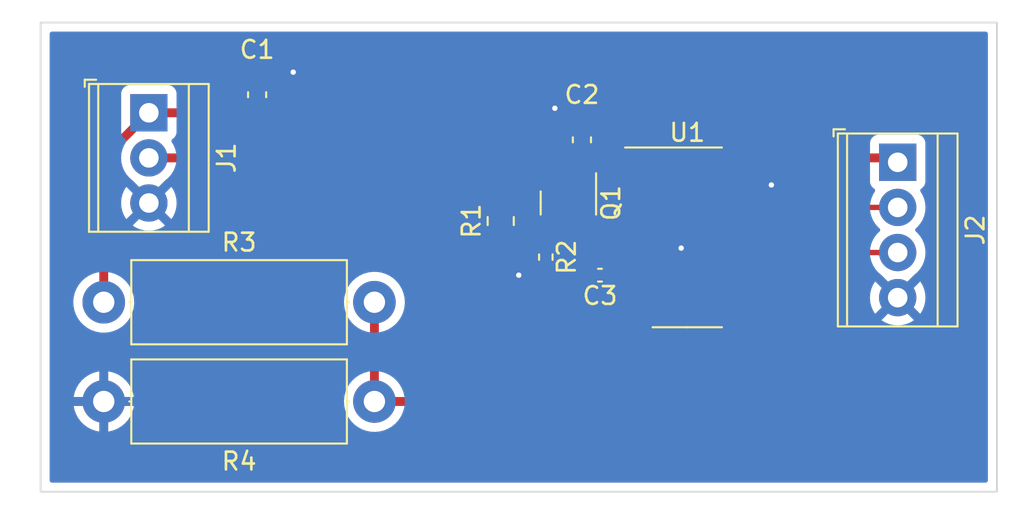
<source format=kicad_pcb>
(kicad_pcb (version 20211014) (generator pcbnew)
  (title_block (title "SDM Strain Gauge Amplifier Board") (date "2023-01-19") (rev "v1"))
  (layers (0 "F.Cu" signal) (31 "B.Cu" signal) (34 "B.Paste" user) (35 "F.Paste" user) (36 "B.SilkS" user "B.Silkscreen") (37 "F.SilkS" user "F.Silkscreen") (38 "B.Mask" user) (39 "F.Mask" user) (44 "Edge.Cuts" user))
  (net 0 "")
  (net 1 "+3.3VA")
  (net 2 "/S-")
  (net 3 "GND")
  (net 4 "+3.3V")
  (net 5 "/DAT")
  (net 6 "/CLK")
  (net 7 "Net-(Q1-Pad1)")
  (net 8 "/S+")
  (net 9 "Net-(R1-Pad1)")
  (net 10 "Net-(C3-Pad1)")
  (footprint "TerminalBlock_TE-Connectivity:TerminalBlock_TE_282834-4_1x04_P2.54mm_Horizontal" (layer "F.Cu") (at 157.988 93.213 -90)
    (fp_text reference "J2" (at 3.81 -4.37 90) (layer "F.SilkS"))
    (fp_text value "MCU")
    (fp_line (start -1.62 -3.37) (end 9.241 -3.37) (layer "F.SilkS") (width 0.12))
    (fp_line (start -1.62 3.37) (end 9.241 3.37) (layer "F.SilkS") (width 0.12))
    (fp_line (start -1.86 2.97) (end -1.86 3.61) (layer "F.SilkS") (width 0.12))
    (fp_line (start -1.62 -3.37) (end -1.62 3.37) (layer "F.SilkS") (width 0.12))
    (fp_line (start -1.62 -2.25) (end 9.241 -2.25) (layer "F.SilkS") (width 0.12))
    (fp_line (start -1.62 2.85) (end 9.241 2.85) (layer "F.SilkS") (width 0.12))
    (fp_line (start -1.86 3.61) (end -1.46 3.61) (layer "F.SilkS") (width 0.12))
    (fp_line (start 9.241 -3.37) (end 9.241 3.37) (layer "F.SilkS") (width 0.12))
    (pad "1" thru_hole rect (at 0 0 270) (size 2.1 2.1) (drill 1.1) (layers *.Cu *.Mask) (net 4 "+3.3V"))
    (pad "2" thru_hole circle (at 2.54 0 270) (size 2.1 2.1) (drill 1.1) (layers *.Cu *.Mask) (net 5 "/DAT"))
    (pad "3" thru_hole circle (at 5.08 0 270) (size 2.1 2.1) (drill 1.1) (layers *.Cu *.Mask) (net 6 "/CLK"))
    (pad "4" thru_hole circle (at 7.62 0 270) (size 2.1 2.1) (drill 1.1) (layers *.Cu *.Mask) (net 3 "GND"))
  )
  (footprint "Capacitor_SMD:C_0603_1608Metric" (layer "F.Cu") (at 121.92 89.408 -90)
    (fp_text reference "C1" (at -2.54 0 180) (layer "F.SilkS"))
    (fp_text value "10uF")
    (fp_line (start -0.14058 -0.51) (end 0.14058 -0.51) (layer "F.SilkS") (width 0.12))
    (fp_line (start -0.14058 0.51) (end 0.14058 0.51) (layer "F.SilkS") (width 0.12))
    (pad "1" smd roundrect (at -0.775 0 270) (size 0.9 0.95) (layers "F.Cu" "F.Paste" "F.Mask") (net 3 "GND"))
    (pad "2" smd roundrect (at 0.775 0 270) (size 0.9 0.95) (layers "F.Cu" "F.Paste" "F.Mask") (net 1 "+3.3VA"))
  )
  (footprint "Package_SO:SOP-16_3.9x9.9mm_P1.27mm" (layer "F.Cu") (at 146.14 97.44)
    (fp_text reference "U1" (at 0 -5.9) (layer "F.SilkS"))
    (fp_text value "HX711")
    (fp_line (start 0 5.06) (end -1.95 5.06) (layer "F.SilkS") (width 0.12))
    (fp_line (start 0 5.06) (end 1.95 5.06) (layer "F.SilkS") (width 0.12))
    (fp_line (start 0 -5.06) (end -3.5 -5.06) (layer "F.SilkS") (width 0.12))
    (fp_line (start 0 -5.06) (end 1.95 -5.06) (layer "F.SilkS") (width 0.12))
    (pad "1" smd roundrect (at -2.5 -4.445) (size 2 0.6) (layers "F.Cu" "F.Paste" "F.Mask") (net 4 "+3.3V"))
    (pad "2" smd roundrect (at -2.5 -3.175) (size 2 0.6) (layers "F.Cu" "F.Paste" "F.Mask") (net 7 "Net-(Q1-Pad1)"))
    (pad "3" smd roundrect (at -2.5 -1.905) (size 2 0.6) (layers "F.Cu" "F.Paste" "F.Mask") (net 1 "+3.3VA"))
    (pad "4" smd roundrect (at -2.5 -0.635) (size 2 0.6) (layers "F.Cu" "F.Paste" "F.Mask") (net 9 "Net-(R1-Pad1)"))
    (pad "5" smd roundrect (at -2.5 0.635) (size 2 0.6) (layers "F.Cu" "F.Paste" "F.Mask") (net 3 "GND"))
    (pad "6" smd roundrect (at -2.5 1.905) (size 2 0.6) (layers "F.Cu" "F.Paste" "F.Mask") (net 10 "Net-(C3-Pad1)"))
    (pad "7" smd roundrect (at -2.5 3.175) (size 2 0.6) (layers "F.Cu" "F.Paste" "F.Mask") (net 2 "/S-"))
    (pad "8" smd roundrect (at -2.5 4.445) (size 2 0.6) (layers "F.Cu" "F.Paste" "F.Mask") (net 8 "/S+"))
    (pad "9" smd roundrect (at 2.5 4.445) (size 2 0.6) (layers "F.Cu" "F.Paste" "F.Mask"))
    (pad "10" smd roundrect (at 2.5 3.175) (size 2 0.6) (layers "F.Cu" "F.Paste" "F.Mask"))
    (pad "11" smd roundrect (at 2.5 1.905) (size 2 0.6) (layers "F.Cu" "F.Paste" "F.Mask") (net 6 "/CLK"))
    (pad "12" smd roundrect (at 2.5 0.635) (size 2 0.6) (layers "F.Cu" "F.Paste" "F.Mask") (net 5 "/DAT"))
    (pad "13" smd roundrect (at 2.5 -0.635) (size 2 0.6) (layers "F.Cu" "F.Paste" "F.Mask"))
    (pad "14" smd roundrect (at 2.5 -1.905) (size 2 0.6) (layers "F.Cu" "F.Paste" "F.Mask") (net 3 "GND"))
    (pad "15" smd roundrect (at 2.5 -3.175) (size 2 0.6) (layers "F.Cu" "F.Paste" "F.Mask") (net 3 "GND"))
    (pad "16" smd roundrect (at 2.5 -4.445) (size 2 0.6) (layers "F.Cu" "F.Paste" "F.Mask") (net 4 "+3.3V"))
  )
  (footprint "Resistor_SMD:R_0805_2012Metric" (layer "F.Cu") (at 135.636 96.52 90)
    (fp_text reference "R1" (at 0 -1.65 90) (layer "F.SilkS"))
    (fp_text value "20k")
    (fp_line (start -0.227064 -0.735) (end 0.227064 -0.735) (layer "F.SilkS") (width 0.12))
    (fp_line (start -0.227064 0.735) (end 0.227064 0.735) (layer "F.SilkS") (width 0.12))
    (pad "1" smd roundrect (at -0.9125 0 90) (size 1.025 1.4) (layers "F.Cu" "F.Paste" "F.Mask") (roundrect_rratio 0.243902) (net 9 "Net-(R1-Pad1)"))
    (pad "2" smd roundrect (at 0.9125 0 90) (size 1.025 1.4) (layers "F.Cu" "F.Paste" "F.Mask") (roundrect_rratio 0.243902) (net 1 "+3.3VA"))
  )
  (footprint "Resistor_SMD:R_0402_1005Metric" (layer "F.Cu") (at 138.176 98.552 -90)
    (fp_text reference "R2" (at 0 -1.17 90) (layer "F.SilkS"))
    (fp_text value "8.2k")
    (fp_line (start -0.153641 -0.38) (end 0.153641 -0.38) (layer "F.SilkS") (width 0.12))
    (fp_line (start -0.153641 0.38) (end 0.153641 0.38) (layer "F.SilkS") (width 0.12))
    (pad "1" smd roundrect (at -0.51 0 270) (size 0.54 0.64) (layers "F.Cu" "F.Paste" "F.Mask") (net 9 "Net-(R1-Pad1)"))
    (pad "2" smd roundrect (at 0.51 0 270) (size 0.54 0.64) (layers "F.Cu" "F.Paste" "F.Mask") (net 3 "GND"))
  )
  (footprint "Resistor_THT:R_Axial_DIN0414_L11.9mm_D4.5mm_P15.24mm_Horizontal" (layer "F.Cu") (at 128.524 106.68 180)
    (fp_text reference "R4" (at 7.62 -3.37) (layer "F.SilkS"))
    (fp_text value "350")
    (fp_line (start 1.44 0) (end 1.55 0) (layer "F.SilkS") (width 0.12))
    (fp_line (start 1.55 2.37) (end 13.69 2.37) (layer "F.SilkS") (width 0.12))
    (fp_line (start 13.69 2.37) (end 13.69 -2.37) (layer "F.SilkS") (width 0.12))
    (fp_line (start 1.55 -2.37) (end 1.55 2.37) (layer "F.SilkS") (width 0.12))
    (fp_line (start 13.8 0) (end 13.69 0) (layer "F.SilkS") (width 0.12))
    (fp_line (start 13.69 -2.37) (end 1.55 -2.37) (layer "F.SilkS") (width 0.12))
    (pad "1" thru_hole circle (at 0 0 180) (size 2.4 2.4) (drill 1.2) (layers *.Cu *.Mask) (net 8 "/S+"))
    (pad "2" thru_hole oval (at 15.24 0 180) (size 2.4 2.4) (drill 1.2) (layers *.Cu *.Mask) (net 3 "GND"))
  )
  (footprint "TerminalBlock_TE-Connectivity:TerminalBlock_TE_282834-3_1x03_P2.54mm_Horizontal" (layer "F.Cu") (at 115.824 90.424 -90)
    (fp_text reference "J1" (at 2.54 -4.37 90) (layer "F.SilkS"))
    (fp_text value "Strain Gauge")
    (fp_line (start 6.7 -3.37) (end 6.7 3.37) (layer "F.SilkS") (width 0.12))
    (fp_line (start -1.62 -3.37) (end 6.7 -3.37) (layer "F.SilkS") (width 0.12))
    (fp_line (start -1.62 3.37) (end 6.7 3.37) (layer "F.SilkS") (width 0.12))
    (fp_line (start -1.86 2.97) (end -1.86 3.61) (layer "F.SilkS") (width 0.12))
    (fp_line (start -1.86 3.61) (end -1.46 3.61) (layer "F.SilkS") (width 0.12))
    (fp_line (start -1.62 2.85) (end 6.7 2.85) (layer "F.SilkS") (width 0.12))
    (fp_line (start -1.62 -2.25) (end 6.7 -2.25) (layer "F.SilkS") (width 0.12))
    (fp_line (start -1.62 -3.37) (end -1.62 3.37) (layer "F.SilkS") (width 0.12))
    (pad "1" thru_hole rect (at 0 0 270) (size 2.1 2.1) (drill 1.1) (layers *.Cu *.Mask) (net 1 "+3.3VA"))
    (pad "2" thru_hole circle (at 2.54 0 270) (size 2.1 2.1) (drill 1.1) (layers *.Cu *.Mask) (net 2 "/S-"))
    (pad "3" thru_hole circle (at 5.08 0 270) (size 2.1 2.1) (drill 1.1) (layers *.Cu *.Mask) (net 3 "GND"))
  )
  (footprint "Capacitor_SMD:C_0402_1005Metric" (layer "F.Cu") (at 141.224 99.568 180)
    (fp_text reference "C3" (at 0 -1.16) (layer "F.SilkS"))
    (fp_text value "0.1uF")
    (fp_line (start -0.107836 0.36) (end 0.107836 0.36) (layer "F.SilkS") (width 0.12))
    (fp_line (start -0.107836 -0.36) (end 0.107836 -0.36) (layer "F.SilkS") (width 0.12))
    (pad "1" smd roundrect (at -0.48 0 180) (size 0.56 0.62) (layers "F.Cu" "F.Paste" "F.Mask") (net 10 "Net-(C3-Pad1)"))
    (pad "2" smd roundrect (at 0.48 0 180) (size 0.56 0.62) (layers "F.Cu" "F.Paste" "F.Mask") (net 3 "GND"))
  )
  (footprint "Capacitor_SMD:C_0603_1608Metric" (layer "F.Cu") (at 140.208 91.948 -90)
    (fp_text reference "C2" (at -2.54 0 180) (layer "F.SilkS"))
    (fp_text value "10uF")
    (fp_line (start -0.14058 -0.51) (end 0.14058 -0.51) (layer "F.SilkS") (width 0.12))
    (fp_line (start -0.14058 0.51) (end 0.14058 0.51) (layer "F.SilkS") (width 0.12))
    (pad "1" smd roundrect (at -0.775 0 270) (size 0.9 0.95) (layers "F.Cu" "F.Paste" "F.Mask") (net 3 "GND"))
    (pad "2" smd roundrect (at 0.775 0 270) (size 0.9 0.95) (layers "F.Cu" "F.Paste" "F.Mask") (net 4 "+3.3V"))
  )
  (footprint "Resistor_THT:R_Axial_DIN0414_L11.9mm_D4.5mm_P15.24mm_Horizontal" (layer "F.Cu") (at 113.284 101.092)
    (fp_text reference "R3" (at 7.62 -3.37) (layer "F.SilkS"))
    (fp_text value "350")
    (fp_line (start 1.55 2.37) (end 13.69 2.37) (layer "F.SilkS") (width 0.12))
    (fp_line (start 1.44 0) (end 1.55 0) (layer "F.SilkS") (width 0.12))
    (fp_line (start 13.69 -2.37) (end 1.55 -2.37) (layer "F.SilkS") (width 0.12))
    (fp_line (start 13.8 0) (end 13.69 0) (layer "F.SilkS") (width 0.12))
    (fp_line (start 1.55 -2.37) (end 1.55 2.37) (layer "F.SilkS") (width 0.12))
    (fp_line (start 13.69 2.37) (end 13.69 -2.37) (layer "F.SilkS") (width 0.12))
    (pad "1" thru_hole circle (at 0 0) (size 2.4 2.4) (drill 1.2) (layers *.Cu *.Mask) (net 1 "+3.3VA"))
    (pad "2" thru_hole oval (at 15.24 0) (size 2.4 2.4) (drill 1.2) (layers *.Cu *.Mask) (net 8 "/S+"))
  )
  (footprint "Package_TO_SOT_SMD:SOT-23" (layer "F.Cu") (at 139.446 95.504 -90)
    (fp_text reference "Q1" (at 0 -2.4 90) (layer "F.SilkS"))
    (fp_text value "MMBT4403")
    (fp_line (start 0 1.56) (end 0.65 1.56) (layer "F.SilkS") (width 0.12))
    (fp_line (start 0 -1.56) (end 0.65 -1.56) (layer "F.SilkS") (width 0.12))
    (fp_line (start 0 -1.56) (end -1.675 -1.56) (layer "F.SilkS") (width 0.12))
    (fp_line (start 0 1.56) (end -0.65 1.56) (layer "F.SilkS") (width 0.12))
    (pad "1" smd roundrect (at -0.9375 -0.95 270) (size 1.475 0.6) (layers "F.Cu" "F.Paste" "F.Mask") (net 7 "Net-(Q1-Pad1)"))
    (pad "2" smd roundrect (at -0.9375 0.95 270) (size 1.475 0.6) (layers "F.Cu" "F.Paste" "F.Mask") (net 4 "+3.3V"))
    (pad "3" smd roundrect (at 0.9375 0 270) (size 1.475 0.6) (layers "F.Cu" "F.Paste" "F.Mask") (net 1 "+3.3VA"))
  )
  (gr_rect (start 109.728 85.344) (end 163.576 111.76) (layer "Edge.Cuts") (width 0.1) (fill none))
  (segment (start 121.92 90.183) (end 130.2115 90.183) (width 0.5) (layer "F.Cu") (net 1))
  (segment (start 130.2115 90.183) (end 135.636 95.6075) (width 0.5) (layer "F.Cu") (net 1))
  (segment (start 137.922 96.52) (end 139.3675 96.52) (width 0.5) (layer "F.Cu") (net 1))
  (segment (start 143.609 95.504) (end 143.64 95.535) (width 0.5) (layer "F.Cu") (net 1))
  (segment (start 135.7395 95.504) (end 135.636 95.6075) (width 0.5) (layer "F.Cu") (net 1))
  (segment (start 121.92 90.183) (end 118.351 90.183) (width 0.5) (layer "F.Cu") (net 1))
  (segment (start 135.636 95.6075) (end 137.0095 95.6075) (width 0.5) (layer "F.Cu") (net 1))
  (segment (start 118.351 90.183) (end 118.11 90.424) (width 0.5) (layer "F.Cu") (net 1))
  (segment (start 141.0485 96.4415) (end 141.955 95.535) (width 0.5) (layer "F.Cu") (net 1))
  (segment (start 139.446 96.4415) (end 141.0485 96.4415) (width 0.5) (layer "F.Cu") (net 1))
  (segment (start 118.11 90.424) (end 115.824 90.424) (width 0.5) (layer "F.Cu") (net 1))
  (segment (start 137.0095 95.6075) (end 137.922 96.52) (width 0.5) (layer "F.Cu") (net 1))
  (segment (start 113.284 101.092) (end 113.284 92.964) (width 0.5) (layer "F.Cu") (net 1))
  (segment (start 141.955 95.535) (end 143.64 95.535) (width 0.5) (layer "F.Cu") (net 1))
  (segment (start 139.3675 96.52) (end 139.446 96.4415) (width 0.5) (layer "F.Cu") (net 1))
  (segment (start 113.284 92.964) (end 115.824 90.424) (width 0.5) (layer "F.Cu") (net 1))
  (segment (start 134.397 100.615) (end 126.746 92.964) (width 0.5) (layer "F.Cu") (net 2))
  (segment (start 126.746 92.964) (end 115.824 92.964) (width 0.5) (layer "F.Cu") (net 2))
  (segment (start 143.64 100.615) (end 134.397 100.615) (width 0.5) (layer "F.Cu") (net 2))
  (segment (start 143.64 98.075) (end 145.765 98.075) (width 0.5) (layer "F.Cu") (net 3))
  (segment (start 145.765 98.075) (end 145.796 98.044) (width 0.5) (layer "F.Cu") (net 3))
  (segment (start 140.744 99.568) (end 138.682 99.568) (width 0.5) (layer "F.Cu") (net 3))
  (segment (start 138.682 99.568) (end 138.176 99.062) (width 0.5) (layer "F.Cu") (net 3))
  (segment (start 121.92 88.633) (end 123.457 88.633) (width 0.5) (layer "F.Cu") (net 3))
  (segment (start 148.64 95.535) (end 148.64 94.265) (width 0.5) (layer "F.Cu") (net 3))
  (segment (start 138.176 99.062) (end 137.158 99.062) (width 0.5) (layer "F.Cu") (net 3))
  (segment (start 150.653 94.265) (end 150.876 94.488) (width 0.5) (layer "F.Cu") (net 3))
  (segment (start 140.208 91.173) (end 139.687 91.173) (width 0.5) (layer "F.Cu") (net 3))
  (segment (start 139.687 91.173) (end 138.684 90.17) (width 0.5) (layer "F.Cu") (net 3))
  (segment (start 148.64 94.265) (end 150.653 94.265) (width 0.5) (layer "F.Cu") (net 3))
  (segment (start 137.158 99.062) (end 136.652 99.568) (width 0.5) (layer "F.Cu") (net 3))
  (segment (start 123.457 88.633) (end 123.952 88.138) (width 0.5) (layer "F.Cu") (net 3))
  (via (at 138.684 90.17) (size 0.7) (drill 0.3) (layers "F.Cu" "B.Cu") (net 3))
  (via (at 123.952 88.138) (size 0.7) (drill 0.3) (layers "F.Cu" "B.Cu") (net 3))
  (via (at 145.796 98.044) (size 0.7) (drill 0.3) (layers "F.Cu" "B.Cu") (net 3))
  (via (at 136.652 99.568) (size 0.7) (drill 0.3) (layers "F.Cu" "B.Cu") (net 3))
  (via (at 150.876 94.488) (size 0.7) (drill 0.3) (layers "F.Cu" "B.Cu") (net 3))
  (segment (start 157.988 93.213) (end 157.739 92.964) (width 0.5) (layer "F.Cu") (net 4))
  (segment (start 138.43 94.5005) (end 138.496 94.5665) (width 0.5) (layer "F.Cu") (net 4))
  (segment (start 143.64 92.995) (end 142.017 92.995) (width 0.5) (layer "F.Cu") (net 4))
  (segment (start 141.732 92.71) (end 140.221 92.71) (width 0.5) (layer "F.Cu") (net 4))
  (segment (start 148.64 92.995) (end 143.64 92.995) (width 0.5) (layer "F.Cu") (net 4))
  (segment (start 139.179 92.723) (end 138.43 93.472) (width 0.5) (layer "F.Cu") (net 4))
  (segment (start 140.221 92.71) (end 140.208 92.723) (width 0.5) (layer "F.Cu") (net 4))
  (segment (start 142.017 92.995) (end 141.732 92.71) (width 0.5) (layer "F.Cu") (net 4))
  (segment (start 138.43 93.472) (end 138.43 94.5005) (width 0.5) (layer "F.Cu") (net 4))
  (segment (start 140.208 92.723) (end 139.179 92.723) (width 0.5) (layer "F.Cu") (net 4))
  (segment (start 157.739 92.964) (end 148.671 92.964) (width 0.5) (layer "F.Cu") (net 4))
  (segment (start 148.671 92.964) (end 148.64 92.995) (width 0.5) (layer "F.Cu") (net 4))
  (segment (start 154.691 95.753) (end 152.369 98.075) (width 0.3) (layer "F.Cu") (net 5))
  (segment (start 157.988 95.753) (end 154.691 95.753) (width 0.3) (layer "F.Cu") (net 5))
  (segment (start 152.369 98.075) (end 148.64 98.075) (width 0.3) (layer "F.Cu") (net 5))
  (segment (start 153.929 98.293) (end 152.877 99.345) (width 0.3) (layer "F.Cu") (net 6))
  (segment (start 152.877 99.345) (end 148.64 99.345) (width 0.3) (layer "F.Cu") (net 6))
  (segment (start 157.988 98.293) (end 153.929 98.293) (width 0.3) (layer "F.Cu") (net 6))
  (segment (start 141.3995 94.5665) (end 141.732 94.234) (width 0.3) (layer "F.Cu") (net 7))
  (segment (start 141.732 94.234) (end 143.609 94.234) (width 0.3) (layer "F.Cu") (net 7))
  (segment (start 140.396 94.5665) (end 141.3995 94.5665) (width 0.3) (layer "F.Cu") (net 7))
  (segment (start 143.609 94.234) (end 143.64 94.265) (width 0.3) (layer "F.Cu") (net 7))
  (segment (start 143.609 101.854) (end 143.64 101.885) (width 0.5) (layer "F.Cu") (net 8))
  (segment (start 128.524 106.68) (end 128.524 101.092) (width 0.5) (layer "F.Cu") (net 8))
  (segment (start 128.524 106.68) (end 134.62 106.68) (width 0.5) (layer "F.Cu") (net 8))
  (segment (start 139.446 101.854) (end 143.609 101.854) (width 0.5) (layer "F.Cu") (net 8))
  (segment (start 134.62 106.68) (end 139.446 101.854) (width 0.5) (layer "F.Cu") (net 8))
  (segment (start 138.176 98.042) (end 141.734 98.042) (width 0.3) (layer "F.Cu") (net 9))
  (segment (start 142.971 96.805) (end 143.64 96.805) (width 0.3) (layer "F.Cu") (net 9))
  (segment (start 136.5485 97.4325) (end 137.16 98.044) (width 0.3) (layer "F.Cu") (net 9))
  (segment (start 141.734 98.042) (end 142.971 96.805) (width 0.3) (layer "F.Cu") (net 9))
  (segment (start 137.16 98.044) (end 138.174 98.044) (width 0.3) (layer "F.Cu") (net 9))
  (segment (start 138.174 98.044) (end 138.176 98.042) (width 0.3) (layer "F.Cu") (net 9))
  (segment (start 135.636 97.4325) (end 136.5485 97.4325) (width 0.3) (layer "F.Cu") (net 9))
  (segment (start 142.24 99.568) (end 142.494 99.314) (width 0.3) (layer "F.Cu") (net 10))
  (segment (start 141.704 99.568) (end 142.24 99.568) (width 0.3) (layer "F.Cu") (net 10))
  (segment (start 142.494 99.314) (end 143.609 99.314) (width 0.3) (layer "F.Cu") (net 10))
  (segment (start 143.609 99.314) (end 143.64 99.345) (width 0.3) (layer "F.Cu") (net 10))
  (zone (net 3) (net_name "GND") (layer "B.Cu") (connect_pads (clearance 0.508)) (min_thickness 0.254) (fill yes (thermal_gap 0.508) (thermal_bridge_width 0.508))
    (polygon (pts (xy 164.592 84.328) (xy 165.1 113.284) (xy 108.204 113.792) (xy 107.442 84.074)))
  )
)
</source>
